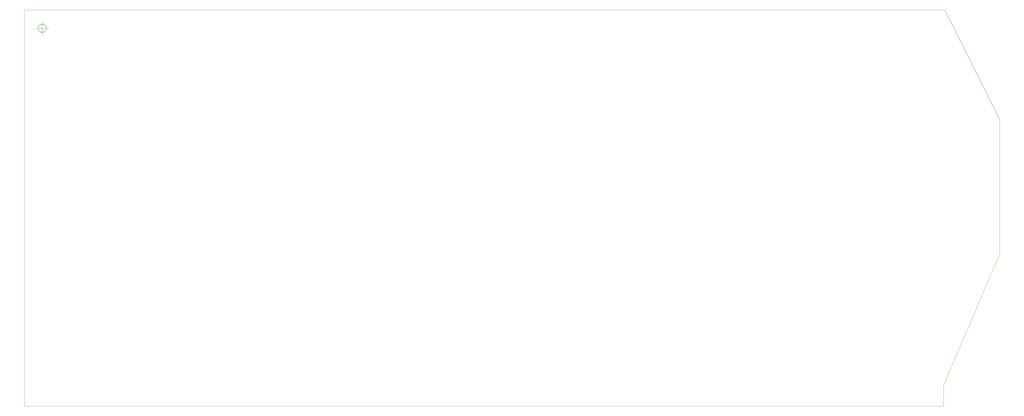
<source format=gbr>
%TF.GenerationSoftware,KiCad,Pcbnew,5.1.6-c6e7f7d~87~ubuntu20.04.1*%
%TF.CreationDate,2020-07-24T11:21:58+02:00*%
%TF.ProjectId,Keyboard-ISO,4b657962-6f61-4726-942d-49534f2e6b69,rev?*%
%TF.SameCoordinates,Original*%
%TF.FileFunction,Profile,NP*%
%FSLAX46Y46*%
G04 Gerber Fmt 4.6, Leading zero omitted, Abs format (unit mm)*
G04 Created by KiCad (PCBNEW 5.1.6-c6e7f7d~87~ubuntu20.04.1) date 2020-07-24 11:21:58*
%MOMM*%
%LPD*%
G01*
G04 APERTURE LIST*
%TA.AperFunction,Profile*%
%ADD10C,0.050000*%
%TD*%
G04 APERTURE END LIST*
D10*
X25000000Y-223500000D02*
X25000000Y-215000000D01*
X402000000Y-215000000D02*
X402000000Y-223500000D01*
X34166666Y-68500000D02*
G75*
G03*
X34166666Y-68500000I-1666666J0D01*
G01*
X30000000Y-68500000D02*
X35000000Y-68500000D01*
X32500000Y-66000000D02*
X32500000Y-71000000D01*
X425000000Y-161000000D02*
X402000000Y-215000000D01*
X425000000Y-106000000D02*
X425000000Y-161000000D01*
X402500000Y-61000000D02*
X425000000Y-106000000D01*
X25000000Y-223500000D02*
X402000000Y-223500000D01*
X402500000Y-61000000D02*
X25000000Y-61000000D01*
X25000000Y-61000000D02*
X25000000Y-215000000D01*
X33666666Y-68500000D02*
G75*
G03*
X33666666Y-68500000I-1666666J0D01*
G01*
X29500000Y-68500000D02*
X34500000Y-68500000D01*
X32000000Y-66000000D02*
X32000000Y-71000000D01*
M02*

</source>
